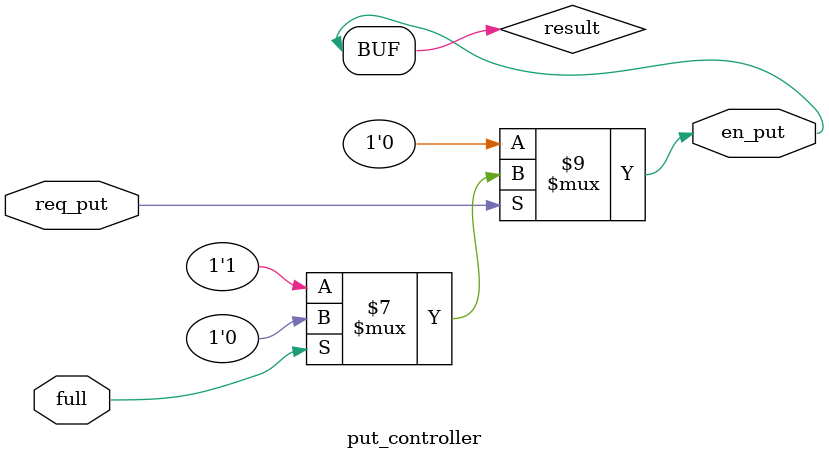
<source format=v>

module put_controller
(
	input   req_put, full, 
	output  en_put
);
	
	// Local signal for computing whether to pass the enable signal into FIFO 
	reg result=0;
	
	// Process the request to put data into FIFO
	always @ (*)
	begin
		if (req_put == 1'b1)
		begin
				// If the FIFO is not full 
			if (full == 1'b0)
				begin
					result <= 1'b1;
				end
			else
				begin	
					result <= 1'b0;
				end
		end
		else
		begin
			result <= 1'b0;
		end
	end
	
	// Catch the processed put request 
	assign en_put = result;
	
endmodule

</source>
